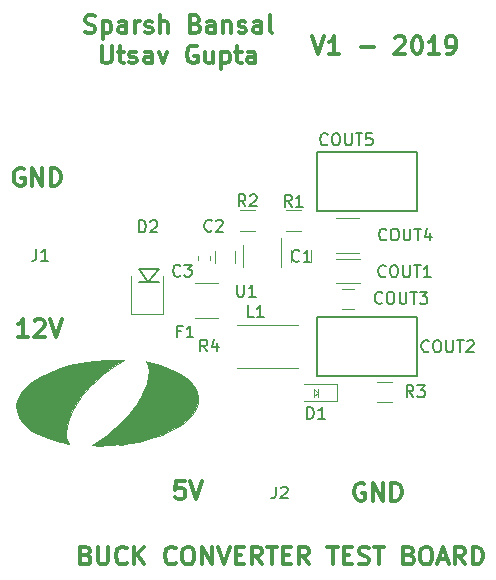
<source format=gbr>
G04 #@! TF.GenerationSoftware,KiCad,Pcbnew,5.0.2-bee76a0~70~ubuntu18.04.1*
G04 #@! TF.CreationDate,2019-02-11T23:41:55-05:00*
G04 #@! TF.ProjectId,New Buck Converter,4e657720-4275-4636-9b20-436f6e766572,rev?*
G04 #@! TF.SameCoordinates,Original*
G04 #@! TF.FileFunction,Legend,Top*
G04 #@! TF.FilePolarity,Positive*
%FSLAX46Y46*%
G04 Gerber Fmt 4.6, Leading zero omitted, Abs format (unit mm)*
G04 Created by KiCad (PCBNEW 5.0.2-bee76a0~70~ubuntu18.04.1) date Mon 11 Feb 2019 11:41:55 PM EST*
%MOMM*%
%LPD*%
G01*
G04 APERTURE LIST*
%ADD10C,0.300000*%
%ADD11C,0.120000*%
%ADD12C,0.150000*%
%ADD13C,0.200000*%
%ADD14C,0.100000*%
%ADD15C,0.010000*%
G04 APERTURE END LIST*
D10*
X111799999Y-127292857D02*
X112014285Y-127364285D01*
X112085714Y-127435714D01*
X112157142Y-127578571D01*
X112157142Y-127792857D01*
X112085714Y-127935714D01*
X112014285Y-128007142D01*
X111871428Y-128078571D01*
X111299999Y-128078571D01*
X111299999Y-126578571D01*
X111799999Y-126578571D01*
X111942857Y-126650000D01*
X112014285Y-126721428D01*
X112085714Y-126864285D01*
X112085714Y-127007142D01*
X112014285Y-127150000D01*
X111942857Y-127221428D01*
X111799999Y-127292857D01*
X111299999Y-127292857D01*
X112799999Y-126578571D02*
X112799999Y-127792857D01*
X112871428Y-127935714D01*
X112942857Y-128007142D01*
X113085714Y-128078571D01*
X113371428Y-128078571D01*
X113514285Y-128007142D01*
X113585714Y-127935714D01*
X113657142Y-127792857D01*
X113657142Y-126578571D01*
X115228571Y-127935714D02*
X115157142Y-128007142D01*
X114942857Y-128078571D01*
X114799999Y-128078571D01*
X114585714Y-128007142D01*
X114442857Y-127864285D01*
X114371428Y-127721428D01*
X114299999Y-127435714D01*
X114299999Y-127221428D01*
X114371428Y-126935714D01*
X114442857Y-126792857D01*
X114585714Y-126650000D01*
X114799999Y-126578571D01*
X114942857Y-126578571D01*
X115157142Y-126650000D01*
X115228571Y-126721428D01*
X115871428Y-128078571D02*
X115871428Y-126578571D01*
X116728571Y-128078571D02*
X116085714Y-127221428D01*
X116728571Y-126578571D02*
X115871428Y-127435714D01*
X119371428Y-127935714D02*
X119299999Y-128007142D01*
X119085714Y-128078571D01*
X118942857Y-128078571D01*
X118728571Y-128007142D01*
X118585714Y-127864285D01*
X118514285Y-127721428D01*
X118442857Y-127435714D01*
X118442857Y-127221428D01*
X118514285Y-126935714D01*
X118585714Y-126792857D01*
X118728571Y-126650000D01*
X118942857Y-126578571D01*
X119085714Y-126578571D01*
X119299999Y-126650000D01*
X119371428Y-126721428D01*
X120299999Y-126578571D02*
X120585714Y-126578571D01*
X120728571Y-126650000D01*
X120871428Y-126792857D01*
X120942857Y-127078571D01*
X120942857Y-127578571D01*
X120871428Y-127864285D01*
X120728571Y-128007142D01*
X120585714Y-128078571D01*
X120299999Y-128078571D01*
X120157142Y-128007142D01*
X120014285Y-127864285D01*
X119942857Y-127578571D01*
X119942857Y-127078571D01*
X120014285Y-126792857D01*
X120157142Y-126650000D01*
X120299999Y-126578571D01*
X121585714Y-128078571D02*
X121585714Y-126578571D01*
X122442857Y-128078571D01*
X122442857Y-126578571D01*
X122942857Y-126578571D02*
X123442857Y-128078571D01*
X123942857Y-126578571D01*
X124442857Y-127292857D02*
X124942857Y-127292857D01*
X125157142Y-128078571D02*
X124442857Y-128078571D01*
X124442857Y-126578571D01*
X125157142Y-126578571D01*
X126657142Y-128078571D02*
X126157142Y-127364285D01*
X125799999Y-128078571D02*
X125799999Y-126578571D01*
X126371428Y-126578571D01*
X126514285Y-126650000D01*
X126585714Y-126721428D01*
X126657142Y-126864285D01*
X126657142Y-127078571D01*
X126585714Y-127221428D01*
X126514285Y-127292857D01*
X126371428Y-127364285D01*
X125799999Y-127364285D01*
X127085714Y-126578571D02*
X127942857Y-126578571D01*
X127514285Y-128078571D02*
X127514285Y-126578571D01*
X128442857Y-127292857D02*
X128942857Y-127292857D01*
X129157142Y-128078571D02*
X128442857Y-128078571D01*
X128442857Y-126578571D01*
X129157142Y-126578571D01*
X130657142Y-128078571D02*
X130157142Y-127364285D01*
X129799999Y-128078571D02*
X129799999Y-126578571D01*
X130371428Y-126578571D01*
X130514285Y-126650000D01*
X130585714Y-126721428D01*
X130657142Y-126864285D01*
X130657142Y-127078571D01*
X130585714Y-127221428D01*
X130514285Y-127292857D01*
X130371428Y-127364285D01*
X129799999Y-127364285D01*
X132228571Y-126578571D02*
X133085714Y-126578571D01*
X132657142Y-128078571D02*
X132657142Y-126578571D01*
X133585714Y-127292857D02*
X134085714Y-127292857D01*
X134300000Y-128078571D02*
X133585714Y-128078571D01*
X133585714Y-126578571D01*
X134300000Y-126578571D01*
X134871428Y-128007142D02*
X135085714Y-128078571D01*
X135442857Y-128078571D01*
X135585714Y-128007142D01*
X135657142Y-127935714D01*
X135728571Y-127792857D01*
X135728571Y-127650000D01*
X135657142Y-127507142D01*
X135585714Y-127435714D01*
X135442857Y-127364285D01*
X135157142Y-127292857D01*
X135014285Y-127221428D01*
X134942857Y-127150000D01*
X134871428Y-127007142D01*
X134871428Y-126864285D01*
X134942857Y-126721428D01*
X135014285Y-126650000D01*
X135157142Y-126578571D01*
X135514285Y-126578571D01*
X135728571Y-126650000D01*
X136157142Y-126578571D02*
X137014285Y-126578571D01*
X136585714Y-128078571D02*
X136585714Y-126578571D01*
X139157142Y-127292857D02*
X139371428Y-127364285D01*
X139442857Y-127435714D01*
X139514285Y-127578571D01*
X139514285Y-127792857D01*
X139442857Y-127935714D01*
X139371428Y-128007142D01*
X139228571Y-128078571D01*
X138657142Y-128078571D01*
X138657142Y-126578571D01*
X139157142Y-126578571D01*
X139300000Y-126650000D01*
X139371428Y-126721428D01*
X139442857Y-126864285D01*
X139442857Y-127007142D01*
X139371428Y-127150000D01*
X139300000Y-127221428D01*
X139157142Y-127292857D01*
X138657142Y-127292857D01*
X140442857Y-126578571D02*
X140728571Y-126578571D01*
X140871428Y-126650000D01*
X141014285Y-126792857D01*
X141085714Y-127078571D01*
X141085714Y-127578571D01*
X141014285Y-127864285D01*
X140871428Y-128007142D01*
X140728571Y-128078571D01*
X140442857Y-128078571D01*
X140300000Y-128007142D01*
X140157142Y-127864285D01*
X140085714Y-127578571D01*
X140085714Y-127078571D01*
X140157142Y-126792857D01*
X140300000Y-126650000D01*
X140442857Y-126578571D01*
X141657142Y-127650000D02*
X142371428Y-127650000D01*
X141514285Y-128078571D02*
X142014285Y-126578571D01*
X142514285Y-128078571D01*
X143871428Y-128078571D02*
X143371428Y-127364285D01*
X143014285Y-128078571D02*
X143014285Y-126578571D01*
X143585714Y-126578571D01*
X143728571Y-126650000D01*
X143800000Y-126721428D01*
X143871428Y-126864285D01*
X143871428Y-127078571D01*
X143800000Y-127221428D01*
X143728571Y-127292857D01*
X143585714Y-127364285D01*
X143014285Y-127364285D01*
X144514285Y-128078571D02*
X144514285Y-126578571D01*
X144871428Y-126578571D01*
X145085714Y-126650000D01*
X145228571Y-126792857D01*
X145300000Y-126935714D01*
X145371428Y-127221428D01*
X145371428Y-127435714D01*
X145300000Y-127721428D01*
X145228571Y-127864285D01*
X145085714Y-128007142D01*
X144871428Y-128078571D01*
X144514285Y-128078571D01*
X130957142Y-83378571D02*
X131457142Y-84878571D01*
X131957142Y-83378571D01*
X133242857Y-84878571D02*
X132385714Y-84878571D01*
X132814285Y-84878571D02*
X132814285Y-83378571D01*
X132671428Y-83592857D01*
X132528571Y-83735714D01*
X132385714Y-83807142D01*
X135028571Y-84307142D02*
X136171428Y-84307142D01*
X137957142Y-83521428D02*
X138028571Y-83450000D01*
X138171428Y-83378571D01*
X138528571Y-83378571D01*
X138671428Y-83450000D01*
X138742857Y-83521428D01*
X138814285Y-83664285D01*
X138814285Y-83807142D01*
X138742857Y-84021428D01*
X137885714Y-84878571D01*
X138814285Y-84878571D01*
X139742857Y-83378571D02*
X139885714Y-83378571D01*
X140028571Y-83450000D01*
X140100000Y-83521428D01*
X140171428Y-83664285D01*
X140242857Y-83950000D01*
X140242857Y-84307142D01*
X140171428Y-84592857D01*
X140100000Y-84735714D01*
X140028571Y-84807142D01*
X139885714Y-84878571D01*
X139742857Y-84878571D01*
X139600000Y-84807142D01*
X139528571Y-84735714D01*
X139457142Y-84592857D01*
X139385714Y-84307142D01*
X139385714Y-83950000D01*
X139457142Y-83664285D01*
X139528571Y-83521428D01*
X139600000Y-83450000D01*
X139742857Y-83378571D01*
X141671428Y-84878571D02*
X140814285Y-84878571D01*
X141242857Y-84878571D02*
X141242857Y-83378571D01*
X141100000Y-83592857D01*
X140957142Y-83735714D01*
X140814285Y-83807142D01*
X142385714Y-84878571D02*
X142671428Y-84878571D01*
X142814285Y-84807142D01*
X142885714Y-84735714D01*
X143028571Y-84521428D01*
X143100000Y-84235714D01*
X143100000Y-83664285D01*
X143028571Y-83521428D01*
X142957142Y-83450000D01*
X142814285Y-83378571D01*
X142528571Y-83378571D01*
X142385714Y-83450000D01*
X142314285Y-83521428D01*
X142242857Y-83664285D01*
X142242857Y-84021428D01*
X142314285Y-84164285D01*
X142385714Y-84235714D01*
X142528571Y-84307142D01*
X142814285Y-84307142D01*
X142957142Y-84235714D01*
X143028571Y-84164285D01*
X143100000Y-84021428D01*
X111707142Y-83032142D02*
X111921428Y-83103571D01*
X112278571Y-83103571D01*
X112421428Y-83032142D01*
X112492857Y-82960714D01*
X112564285Y-82817857D01*
X112564285Y-82675000D01*
X112492857Y-82532142D01*
X112421428Y-82460714D01*
X112278571Y-82389285D01*
X111992857Y-82317857D01*
X111850000Y-82246428D01*
X111778571Y-82175000D01*
X111707142Y-82032142D01*
X111707142Y-81889285D01*
X111778571Y-81746428D01*
X111850000Y-81675000D01*
X111992857Y-81603571D01*
X112350000Y-81603571D01*
X112564285Y-81675000D01*
X113207142Y-82103571D02*
X113207142Y-83603571D01*
X113207142Y-82175000D02*
X113350000Y-82103571D01*
X113635714Y-82103571D01*
X113778571Y-82175000D01*
X113850000Y-82246428D01*
X113921428Y-82389285D01*
X113921428Y-82817857D01*
X113850000Y-82960714D01*
X113778571Y-83032142D01*
X113635714Y-83103571D01*
X113350000Y-83103571D01*
X113207142Y-83032142D01*
X115207142Y-83103571D02*
X115207142Y-82317857D01*
X115135714Y-82175000D01*
X114992857Y-82103571D01*
X114707142Y-82103571D01*
X114564285Y-82175000D01*
X115207142Y-83032142D02*
X115064285Y-83103571D01*
X114707142Y-83103571D01*
X114564285Y-83032142D01*
X114492857Y-82889285D01*
X114492857Y-82746428D01*
X114564285Y-82603571D01*
X114707142Y-82532142D01*
X115064285Y-82532142D01*
X115207142Y-82460714D01*
X115921428Y-83103571D02*
X115921428Y-82103571D01*
X115921428Y-82389285D02*
X115992857Y-82246428D01*
X116064285Y-82175000D01*
X116207142Y-82103571D01*
X116350000Y-82103571D01*
X116778571Y-83032142D02*
X116921428Y-83103571D01*
X117207142Y-83103571D01*
X117350000Y-83032142D01*
X117421428Y-82889285D01*
X117421428Y-82817857D01*
X117350000Y-82675000D01*
X117207142Y-82603571D01*
X116992857Y-82603571D01*
X116850000Y-82532142D01*
X116778571Y-82389285D01*
X116778571Y-82317857D01*
X116850000Y-82175000D01*
X116992857Y-82103571D01*
X117207142Y-82103571D01*
X117350000Y-82175000D01*
X118064285Y-83103571D02*
X118064285Y-81603571D01*
X118707142Y-83103571D02*
X118707142Y-82317857D01*
X118635714Y-82175000D01*
X118492857Y-82103571D01*
X118278571Y-82103571D01*
X118135714Y-82175000D01*
X118064285Y-82246428D01*
X121064285Y-82317857D02*
X121278571Y-82389285D01*
X121350000Y-82460714D01*
X121421428Y-82603571D01*
X121421428Y-82817857D01*
X121350000Y-82960714D01*
X121278571Y-83032142D01*
X121135714Y-83103571D01*
X120564285Y-83103571D01*
X120564285Y-81603571D01*
X121064285Y-81603571D01*
X121207142Y-81675000D01*
X121278571Y-81746428D01*
X121350000Y-81889285D01*
X121350000Y-82032142D01*
X121278571Y-82175000D01*
X121207142Y-82246428D01*
X121064285Y-82317857D01*
X120564285Y-82317857D01*
X122707142Y-83103571D02*
X122707142Y-82317857D01*
X122635714Y-82175000D01*
X122492857Y-82103571D01*
X122207142Y-82103571D01*
X122064285Y-82175000D01*
X122707142Y-83032142D02*
X122564285Y-83103571D01*
X122207142Y-83103571D01*
X122064285Y-83032142D01*
X121992857Y-82889285D01*
X121992857Y-82746428D01*
X122064285Y-82603571D01*
X122207142Y-82532142D01*
X122564285Y-82532142D01*
X122707142Y-82460714D01*
X123421428Y-82103571D02*
X123421428Y-83103571D01*
X123421428Y-82246428D02*
X123492857Y-82175000D01*
X123635714Y-82103571D01*
X123850000Y-82103571D01*
X123992857Y-82175000D01*
X124064285Y-82317857D01*
X124064285Y-83103571D01*
X124707142Y-83032142D02*
X124850000Y-83103571D01*
X125135714Y-83103571D01*
X125278571Y-83032142D01*
X125350000Y-82889285D01*
X125350000Y-82817857D01*
X125278571Y-82675000D01*
X125135714Y-82603571D01*
X124921428Y-82603571D01*
X124778571Y-82532142D01*
X124707142Y-82389285D01*
X124707142Y-82317857D01*
X124778571Y-82175000D01*
X124921428Y-82103571D01*
X125135714Y-82103571D01*
X125278571Y-82175000D01*
X126635714Y-83103571D02*
X126635714Y-82317857D01*
X126564285Y-82175000D01*
X126421428Y-82103571D01*
X126135714Y-82103571D01*
X125992857Y-82175000D01*
X126635714Y-83032142D02*
X126492857Y-83103571D01*
X126135714Y-83103571D01*
X125992857Y-83032142D01*
X125921428Y-82889285D01*
X125921428Y-82746428D01*
X125992857Y-82603571D01*
X126135714Y-82532142D01*
X126492857Y-82532142D01*
X126635714Y-82460714D01*
X127564285Y-83103571D02*
X127421428Y-83032142D01*
X127350000Y-82889285D01*
X127350000Y-81603571D01*
X113100000Y-84153571D02*
X113100000Y-85367857D01*
X113171428Y-85510714D01*
X113242857Y-85582142D01*
X113385714Y-85653571D01*
X113671428Y-85653571D01*
X113814285Y-85582142D01*
X113885714Y-85510714D01*
X113957142Y-85367857D01*
X113957142Y-84153571D01*
X114457142Y-84653571D02*
X115028571Y-84653571D01*
X114671428Y-84153571D02*
X114671428Y-85439285D01*
X114742857Y-85582142D01*
X114885714Y-85653571D01*
X115028571Y-85653571D01*
X115457142Y-85582142D02*
X115600000Y-85653571D01*
X115885714Y-85653571D01*
X116028571Y-85582142D01*
X116100000Y-85439285D01*
X116100000Y-85367857D01*
X116028571Y-85225000D01*
X115885714Y-85153571D01*
X115671428Y-85153571D01*
X115528571Y-85082142D01*
X115457142Y-84939285D01*
X115457142Y-84867857D01*
X115528571Y-84725000D01*
X115671428Y-84653571D01*
X115885714Y-84653571D01*
X116028571Y-84725000D01*
X117385714Y-85653571D02*
X117385714Y-84867857D01*
X117314285Y-84725000D01*
X117171428Y-84653571D01*
X116885714Y-84653571D01*
X116742857Y-84725000D01*
X117385714Y-85582142D02*
X117242857Y-85653571D01*
X116885714Y-85653571D01*
X116742857Y-85582142D01*
X116671428Y-85439285D01*
X116671428Y-85296428D01*
X116742857Y-85153571D01*
X116885714Y-85082142D01*
X117242857Y-85082142D01*
X117385714Y-85010714D01*
X117957142Y-84653571D02*
X118314285Y-85653571D01*
X118671428Y-84653571D01*
X121171428Y-84225000D02*
X121028571Y-84153571D01*
X120814285Y-84153571D01*
X120600000Y-84225000D01*
X120457142Y-84367857D01*
X120385714Y-84510714D01*
X120314285Y-84796428D01*
X120314285Y-85010714D01*
X120385714Y-85296428D01*
X120457142Y-85439285D01*
X120600000Y-85582142D01*
X120814285Y-85653571D01*
X120957142Y-85653571D01*
X121171428Y-85582142D01*
X121242857Y-85510714D01*
X121242857Y-85010714D01*
X120957142Y-85010714D01*
X122528571Y-84653571D02*
X122528571Y-85653571D01*
X121885714Y-84653571D02*
X121885714Y-85439285D01*
X121957142Y-85582142D01*
X122100000Y-85653571D01*
X122314285Y-85653571D01*
X122457142Y-85582142D01*
X122528571Y-85510714D01*
X123242857Y-84653571D02*
X123242857Y-86153571D01*
X123242857Y-84725000D02*
X123385714Y-84653571D01*
X123671428Y-84653571D01*
X123814285Y-84725000D01*
X123885714Y-84796428D01*
X123957142Y-84939285D01*
X123957142Y-85367857D01*
X123885714Y-85510714D01*
X123814285Y-85582142D01*
X123671428Y-85653571D01*
X123385714Y-85653571D01*
X123242857Y-85582142D01*
X124385714Y-84653571D02*
X124957142Y-84653571D01*
X124600000Y-84153571D02*
X124600000Y-85439285D01*
X124671428Y-85582142D01*
X124814285Y-85653571D01*
X124957142Y-85653571D01*
X126100000Y-85653571D02*
X126100000Y-84867857D01*
X126028571Y-84725000D01*
X125885714Y-84653571D01*
X125600000Y-84653571D01*
X125457142Y-84725000D01*
X126100000Y-85582142D02*
X125957142Y-85653571D01*
X125600000Y-85653571D01*
X125457142Y-85582142D01*
X125385714Y-85439285D01*
X125385714Y-85296428D01*
X125457142Y-85153571D01*
X125600000Y-85082142D01*
X125957142Y-85082142D01*
X126100000Y-85010714D01*
X120128065Y-121042691D02*
X119413780Y-121042691D01*
X119342351Y-121756977D01*
X119413780Y-121685548D01*
X119556637Y-121614120D01*
X119913780Y-121614120D01*
X120056637Y-121685548D01*
X120128065Y-121756977D01*
X120199494Y-121899834D01*
X120199494Y-122256977D01*
X120128065Y-122399834D01*
X120056637Y-122471262D01*
X119913780Y-122542691D01*
X119556637Y-122542691D01*
X119413780Y-122471262D01*
X119342351Y-122399834D01*
X120628065Y-121042691D02*
X121128065Y-122542691D01*
X121628065Y-121042691D01*
X135357142Y-121250000D02*
X135214285Y-121178571D01*
X135000000Y-121178571D01*
X134785714Y-121250000D01*
X134642857Y-121392857D01*
X134571428Y-121535714D01*
X134500000Y-121821428D01*
X134500000Y-122035714D01*
X134571428Y-122321428D01*
X134642857Y-122464285D01*
X134785714Y-122607142D01*
X135000000Y-122678571D01*
X135142857Y-122678571D01*
X135357142Y-122607142D01*
X135428571Y-122535714D01*
X135428571Y-122035714D01*
X135142857Y-122035714D01*
X136071428Y-122678571D02*
X136071428Y-121178571D01*
X136928571Y-122678571D01*
X136928571Y-121178571D01*
X137642857Y-122678571D02*
X137642857Y-121178571D01*
X138000000Y-121178571D01*
X138214285Y-121250000D01*
X138357142Y-121392857D01*
X138428571Y-121535714D01*
X138500000Y-121821428D01*
X138500000Y-122035714D01*
X138428571Y-122321428D01*
X138357142Y-122464285D01*
X138214285Y-122607142D01*
X138000000Y-122678571D01*
X137642857Y-122678571D01*
X106509962Y-94588900D02*
X106367105Y-94517471D01*
X106152820Y-94517471D01*
X105938534Y-94588900D01*
X105795677Y-94731757D01*
X105724248Y-94874614D01*
X105652820Y-95160328D01*
X105652820Y-95374614D01*
X105724248Y-95660328D01*
X105795677Y-95803185D01*
X105938534Y-95946042D01*
X106152820Y-96017471D01*
X106295677Y-96017471D01*
X106509962Y-95946042D01*
X106581391Y-95874614D01*
X106581391Y-95374614D01*
X106295677Y-95374614D01*
X107224248Y-96017471D02*
X107224248Y-94517471D01*
X108081391Y-96017471D01*
X108081391Y-94517471D01*
X108795677Y-96017471D02*
X108795677Y-94517471D01*
X109152820Y-94517471D01*
X109367105Y-94588900D01*
X109509962Y-94731757D01*
X109581391Y-94874614D01*
X109652820Y-95160328D01*
X109652820Y-95374614D01*
X109581391Y-95660328D01*
X109509962Y-95803185D01*
X109367105Y-95946042D01*
X109152820Y-96017471D01*
X108795677Y-96017471D01*
X106861408Y-108826691D02*
X106004265Y-108826691D01*
X106432837Y-108826691D02*
X106432837Y-107326691D01*
X106289980Y-107540977D01*
X106147122Y-107683834D01*
X106004265Y-107755262D01*
X107432837Y-107469548D02*
X107504265Y-107398120D01*
X107647122Y-107326691D01*
X108004265Y-107326691D01*
X108147122Y-107398120D01*
X108218551Y-107469548D01*
X108289980Y-107612405D01*
X108289980Y-107755262D01*
X108218551Y-107969548D01*
X107361408Y-108826691D01*
X108289980Y-108826691D01*
X108718551Y-107326691D02*
X109218551Y-108826691D01*
X109718551Y-107326691D01*
D11*
G04 #@! TO.C,COUT4*
X134908800Y-101683000D02*
X132908800Y-101683000D01*
X132908800Y-98723000D02*
X134908800Y-98723000D01*
G04 #@! TO.C,C1*
X130821800Y-102481000D02*
X130821800Y-101481000D01*
X129121800Y-101481000D02*
X129121800Y-102481000D01*
G04 #@! TO.C,C2*
X122708300Y-101560500D02*
X122708300Y-102560500D01*
X124408300Y-102560500D02*
X124408300Y-101560500D01*
G04 #@! TO.C,C3*
X121242360Y-102313959D02*
X121242360Y-101988401D01*
X122262360Y-102313959D02*
X122262360Y-101988401D01*
G04 #@! TO.C,F1*
X122970800Y-107207500D02*
X120970800Y-107207500D01*
X120970800Y-104247500D02*
X122970800Y-104247500D01*
G04 #@! TO.C,R1*
X128744420Y-98098720D02*
X129944420Y-98098720D01*
X129944420Y-99858720D02*
X128744420Y-99858720D01*
G04 #@! TO.C,R2*
X126058220Y-99843480D02*
X124858220Y-99843480D01*
X124858220Y-98083480D02*
X126058220Y-98083480D01*
G04 #@! TO.C,R3*
X137658360Y-114364660D02*
X136458360Y-114364660D01*
X136458360Y-112604660D02*
X137658360Y-112604660D01*
G04 #@! TO.C,R4*
X124528200Y-107786080D02*
X129728200Y-107786080D01*
X129728200Y-111426080D02*
X124528200Y-111426080D01*
G04 #@! TO.C,U1*
X125067600Y-101065800D02*
X125067600Y-102865800D01*
X128287600Y-102865800D02*
X128287600Y-100415800D01*
G04 #@! TO.C,COUT1*
X134948300Y-102231000D02*
X132948300Y-102231000D01*
X132948300Y-104271000D02*
X134948300Y-104271000D01*
D12*
G04 #@! TO.C,COUT2*
X131329300Y-112101000D02*
X131329300Y-107101000D01*
X139829300Y-112101000D02*
X131329300Y-112101000D01*
X139829300Y-107101000D02*
X139829300Y-112101000D01*
X131329300Y-107101000D02*
X139829300Y-107101000D01*
D11*
G04 #@! TO.C,COUT3*
X134472300Y-104750500D02*
X133472300Y-104750500D01*
X133472300Y-106450500D02*
X134472300Y-106450500D01*
D12*
G04 #@! TO.C,COUT5*
X131329300Y-93194500D02*
X139829300Y-93194500D01*
X139829300Y-93194500D02*
X139829300Y-98194500D01*
X139829300Y-98194500D02*
X131329300Y-98194500D01*
X131329300Y-98194500D02*
X131329300Y-93194500D01*
D13*
G04 #@! TO.C,D2*
X117954300Y-103095500D02*
X117054300Y-104195500D01*
X116254300Y-103095500D02*
X117954300Y-103095500D01*
X117054300Y-104195500D02*
X116254300Y-103095500D01*
X116254300Y-104195500D02*
X117954300Y-104195500D01*
D11*
X115620800Y-106870500D02*
X118287800Y-106870500D01*
X118287800Y-106870500D02*
X118287800Y-103695500D01*
X115620800Y-106870500D02*
X115620800Y-103695500D01*
D14*
G04 #@! TO.C,D1*
X131421660Y-113190540D02*
X131421660Y-113540540D01*
X131421660Y-113540540D02*
X131421660Y-113890540D01*
X131071660Y-113190540D02*
X131421660Y-113540540D01*
X131071660Y-113240540D02*
X131071660Y-113190540D01*
X131071660Y-113190540D02*
X131071660Y-113240540D01*
X131071660Y-113890540D02*
X131071660Y-113240540D01*
X131121660Y-113840540D02*
X131071660Y-113890540D01*
X131421660Y-113540540D02*
X131121660Y-113840540D01*
D11*
X133021660Y-114240540D02*
X133021660Y-112840540D01*
X133021660Y-112840540D02*
X130221660Y-112840540D01*
X133021660Y-114240540D02*
X130221660Y-114240540D01*
D15*
G04 #@! TO.C,G\002A\002A\002A*
G36*
X114289070Y-111166274D02*
X113797169Y-111496709D01*
X113250346Y-111930095D01*
X112689000Y-112429427D01*
X112153529Y-112957700D01*
X111684333Y-113477909D01*
X111463963Y-113754069D01*
X111006696Y-114420664D01*
X110633857Y-115086545D01*
X110351473Y-115732052D01*
X110165570Y-116337523D01*
X110082175Y-116883297D01*
X110107313Y-117349711D01*
X110247011Y-117717104D01*
X110248549Y-117719500D01*
X110330728Y-117857194D01*
X110348119Y-117905837D01*
X110261643Y-117884085D01*
X110048768Y-117829169D01*
X109746916Y-117750766D01*
X109563000Y-117702827D01*
X108570197Y-117401284D01*
X107737883Y-117055854D01*
X107062425Y-116664339D01*
X106540192Y-116224543D01*
X106167551Y-115734266D01*
X106099140Y-115607176D01*
X105917408Y-115076433D01*
X105895747Y-114551032D01*
X106024897Y-114036726D01*
X106295597Y-113539269D01*
X106698584Y-113064415D01*
X107224599Y-112617918D01*
X107864380Y-112205531D01*
X108608666Y-111833009D01*
X109448195Y-111506106D01*
X110373707Y-111230574D01*
X111375940Y-111012169D01*
X112445633Y-110856645D01*
X113573526Y-110769754D01*
X113903482Y-110758382D01*
X115026631Y-110730215D01*
X114289070Y-111166274D01*
X114289070Y-111166274D01*
G37*
X114289070Y-111166274D02*
X113797169Y-111496709D01*
X113250346Y-111930095D01*
X112689000Y-112429427D01*
X112153529Y-112957700D01*
X111684333Y-113477909D01*
X111463963Y-113754069D01*
X111006696Y-114420664D01*
X110633857Y-115086545D01*
X110351473Y-115732052D01*
X110165570Y-116337523D01*
X110082175Y-116883297D01*
X110107313Y-117349711D01*
X110247011Y-117717104D01*
X110248549Y-117719500D01*
X110330728Y-117857194D01*
X110348119Y-117905837D01*
X110261643Y-117884085D01*
X110048768Y-117829169D01*
X109746916Y-117750766D01*
X109563000Y-117702827D01*
X108570197Y-117401284D01*
X107737883Y-117055854D01*
X107062425Y-116664339D01*
X106540192Y-116224543D01*
X106167551Y-115734266D01*
X106099140Y-115607176D01*
X105917408Y-115076433D01*
X105895747Y-114551032D01*
X106024897Y-114036726D01*
X106295597Y-113539269D01*
X106698584Y-113064415D01*
X107224599Y-112617918D01*
X107864380Y-112205531D01*
X108608666Y-111833009D01*
X109448195Y-111506106D01*
X110373707Y-111230574D01*
X111375940Y-111012169D01*
X112445633Y-110856645D01*
X113573526Y-110769754D01*
X113903482Y-110758382D01*
X115026631Y-110730215D01*
X114289070Y-111166274D01*
G36*
X116942983Y-110910857D02*
X117093457Y-110950871D01*
X117359628Y-111019176D01*
X117692829Y-111103325D01*
X117818000Y-111134647D01*
X118450523Y-111328588D01*
X119089166Y-111588634D01*
X119687709Y-111891926D01*
X120199928Y-112215601D01*
X120506464Y-112464369D01*
X120927728Y-112947450D01*
X121187210Y-113444295D01*
X121291208Y-113948117D01*
X121246021Y-114452128D01*
X121057949Y-114949541D01*
X120733290Y-115433569D01*
X120278343Y-115897426D01*
X119699408Y-116334324D01*
X119002783Y-116737476D01*
X118194767Y-117100096D01*
X117281660Y-117415395D01*
X116269759Y-117676588D01*
X115537525Y-117818298D01*
X115079989Y-117891873D01*
X114763227Y-117932252D01*
X114562288Y-117941026D01*
X114452225Y-117919783D01*
X114416988Y-117889688D01*
X114358074Y-117835928D01*
X114347963Y-117879733D01*
X114266319Y-117939404D01*
X114037525Y-117978973D01*
X113817500Y-117991838D01*
X113450619Y-118003054D01*
X113079467Y-118015266D01*
X112886142Y-118022106D01*
X112651824Y-118019314D01*
X112506863Y-117995498D01*
X112483975Y-117976157D01*
X112418294Y-117946379D01*
X112335834Y-117961997D01*
X112328337Y-117948862D01*
X112445123Y-117871153D01*
X112661598Y-117744985D01*
X112698718Y-117724227D01*
X113491052Y-117214140D01*
X114273964Y-116567576D01*
X114856472Y-115994766D01*
X115533545Y-115229263D01*
X116078075Y-114483663D01*
X116516751Y-113720256D01*
X116626149Y-113494085D01*
X116914204Y-112788034D01*
X117072957Y-112182650D01*
X117103305Y-111670335D01*
X117006150Y-111243492D01*
X116913505Y-111065181D01*
X116834494Y-110926595D01*
X116858577Y-110891775D01*
X116942983Y-110910857D01*
X116942983Y-110910857D01*
G37*
X116942983Y-110910857D02*
X117093457Y-110950871D01*
X117359628Y-111019176D01*
X117692829Y-111103325D01*
X117818000Y-111134647D01*
X118450523Y-111328588D01*
X119089166Y-111588634D01*
X119687709Y-111891926D01*
X120199928Y-112215601D01*
X120506464Y-112464369D01*
X120927728Y-112947450D01*
X121187210Y-113444295D01*
X121291208Y-113948117D01*
X121246021Y-114452128D01*
X121057949Y-114949541D01*
X120733290Y-115433569D01*
X120278343Y-115897426D01*
X119699408Y-116334324D01*
X119002783Y-116737476D01*
X118194767Y-117100096D01*
X117281660Y-117415395D01*
X116269759Y-117676588D01*
X115537525Y-117818298D01*
X115079989Y-117891873D01*
X114763227Y-117932252D01*
X114562288Y-117941026D01*
X114452225Y-117919783D01*
X114416988Y-117889688D01*
X114358074Y-117835928D01*
X114347963Y-117879733D01*
X114266319Y-117939404D01*
X114037525Y-117978973D01*
X113817500Y-117991838D01*
X113450619Y-118003054D01*
X113079467Y-118015266D01*
X112886142Y-118022106D01*
X112651824Y-118019314D01*
X112506863Y-117995498D01*
X112483975Y-117976157D01*
X112418294Y-117946379D01*
X112335834Y-117961997D01*
X112328337Y-117948862D01*
X112445123Y-117871153D01*
X112661598Y-117744985D01*
X112698718Y-117724227D01*
X113491052Y-117214140D01*
X114273964Y-116567576D01*
X114856472Y-115994766D01*
X115533545Y-115229263D01*
X116078075Y-114483663D01*
X116516751Y-113720256D01*
X116626149Y-113494085D01*
X116914204Y-112788034D01*
X117072957Y-112182650D01*
X117103305Y-111670335D01*
X117006150Y-111243492D01*
X116913505Y-111065181D01*
X116834494Y-110926595D01*
X116858577Y-110891775D01*
X116942983Y-110910857D01*
G04 #@! TO.C,J1*
D12*
X107566666Y-101352380D02*
X107566666Y-102066666D01*
X107519047Y-102209523D01*
X107423809Y-102304761D01*
X107280952Y-102352380D01*
X107185714Y-102352380D01*
X108566666Y-102352380D02*
X107995238Y-102352380D01*
X108280952Y-102352380D02*
X108280952Y-101352380D01*
X108185714Y-101495238D01*
X108090476Y-101590476D01*
X107995238Y-101638095D01*
G04 #@! TO.C,J2*
X127865866Y-121492220D02*
X127865866Y-122206506D01*
X127818247Y-122349363D01*
X127723009Y-122444601D01*
X127580152Y-122492220D01*
X127484914Y-122492220D01*
X128294438Y-121587459D02*
X128342057Y-121539840D01*
X128437295Y-121492220D01*
X128675390Y-121492220D01*
X128770628Y-121539840D01*
X128818247Y-121587459D01*
X128865866Y-121682697D01*
X128865866Y-121777935D01*
X128818247Y-121920792D01*
X128246819Y-122492220D01*
X128865866Y-122492220D01*
G04 #@! TO.C,COUT4*
X137204761Y-100557142D02*
X137157142Y-100604761D01*
X137014285Y-100652380D01*
X136919047Y-100652380D01*
X136776190Y-100604761D01*
X136680952Y-100509523D01*
X136633333Y-100414285D01*
X136585714Y-100223809D01*
X136585714Y-100080952D01*
X136633333Y-99890476D01*
X136680952Y-99795238D01*
X136776190Y-99700000D01*
X136919047Y-99652380D01*
X137014285Y-99652380D01*
X137157142Y-99700000D01*
X137204761Y-99747619D01*
X137823809Y-99652380D02*
X138014285Y-99652380D01*
X138109523Y-99700000D01*
X138204761Y-99795238D01*
X138252380Y-99985714D01*
X138252380Y-100319047D01*
X138204761Y-100509523D01*
X138109523Y-100604761D01*
X138014285Y-100652380D01*
X137823809Y-100652380D01*
X137728571Y-100604761D01*
X137633333Y-100509523D01*
X137585714Y-100319047D01*
X137585714Y-99985714D01*
X137633333Y-99795238D01*
X137728571Y-99700000D01*
X137823809Y-99652380D01*
X138680952Y-99652380D02*
X138680952Y-100461904D01*
X138728571Y-100557142D01*
X138776190Y-100604761D01*
X138871428Y-100652380D01*
X139061904Y-100652380D01*
X139157142Y-100604761D01*
X139204761Y-100557142D01*
X139252380Y-100461904D01*
X139252380Y-99652380D01*
X139585714Y-99652380D02*
X140157142Y-99652380D01*
X139871428Y-100652380D02*
X139871428Y-99652380D01*
X140919047Y-99985714D02*
X140919047Y-100652380D01*
X140680952Y-99604761D02*
X140442857Y-100319047D01*
X141061904Y-100319047D01*
G04 #@! TO.C,C1*
X129833333Y-102357142D02*
X129785714Y-102404761D01*
X129642857Y-102452380D01*
X129547619Y-102452380D01*
X129404761Y-102404761D01*
X129309523Y-102309523D01*
X129261904Y-102214285D01*
X129214285Y-102023809D01*
X129214285Y-101880952D01*
X129261904Y-101690476D01*
X129309523Y-101595238D01*
X129404761Y-101500000D01*
X129547619Y-101452380D01*
X129642857Y-101452380D01*
X129785714Y-101500000D01*
X129833333Y-101547619D01*
X130785714Y-102452380D02*
X130214285Y-102452380D01*
X130500000Y-102452380D02*
X130500000Y-101452380D01*
X130404761Y-101595238D01*
X130309523Y-101690476D01*
X130214285Y-101738095D01*
G04 #@! TO.C,C2*
X122433333Y-99807142D02*
X122385714Y-99854761D01*
X122242857Y-99902380D01*
X122147619Y-99902380D01*
X122004761Y-99854761D01*
X121909523Y-99759523D01*
X121861904Y-99664285D01*
X121814285Y-99473809D01*
X121814285Y-99330952D01*
X121861904Y-99140476D01*
X121909523Y-99045238D01*
X122004761Y-98950000D01*
X122147619Y-98902380D01*
X122242857Y-98902380D01*
X122385714Y-98950000D01*
X122433333Y-98997619D01*
X122814285Y-98997619D02*
X122861904Y-98950000D01*
X122957142Y-98902380D01*
X123195238Y-98902380D01*
X123290476Y-98950000D01*
X123338095Y-98997619D01*
X123385714Y-99092857D01*
X123385714Y-99188095D01*
X123338095Y-99330952D01*
X122766666Y-99902380D01*
X123385714Y-99902380D01*
G04 #@! TO.C,C3*
X119772133Y-103608142D02*
X119724514Y-103655761D01*
X119581657Y-103703380D01*
X119486419Y-103703380D01*
X119343561Y-103655761D01*
X119248323Y-103560523D01*
X119200704Y-103465285D01*
X119153085Y-103274809D01*
X119153085Y-103131952D01*
X119200704Y-102941476D01*
X119248323Y-102846238D01*
X119343561Y-102751000D01*
X119486419Y-102703380D01*
X119581657Y-102703380D01*
X119724514Y-102751000D01*
X119772133Y-102798619D01*
X120105466Y-102703380D02*
X120724514Y-102703380D01*
X120391180Y-103084333D01*
X120534038Y-103084333D01*
X120629276Y-103131952D01*
X120676895Y-103179571D01*
X120724514Y-103274809D01*
X120724514Y-103512904D01*
X120676895Y-103608142D01*
X120629276Y-103655761D01*
X120534038Y-103703380D01*
X120248323Y-103703380D01*
X120153085Y-103655761D01*
X120105466Y-103608142D01*
G04 #@! TO.C,F1*
X119816666Y-108328571D02*
X119483333Y-108328571D01*
X119483333Y-108852380D02*
X119483333Y-107852380D01*
X119959523Y-107852380D01*
X120864285Y-108852380D02*
X120292857Y-108852380D01*
X120578571Y-108852380D02*
X120578571Y-107852380D01*
X120483333Y-107995238D01*
X120388095Y-108090476D01*
X120292857Y-108138095D01*
G04 #@! TO.C,L1*
X125983333Y-107152380D02*
X125507142Y-107152380D01*
X125507142Y-106152380D01*
X126840476Y-107152380D02*
X126269047Y-107152380D01*
X126554761Y-107152380D02*
X126554761Y-106152380D01*
X126459523Y-106295238D01*
X126364285Y-106390476D01*
X126269047Y-106438095D01*
G04 #@! TO.C,R1*
X129187913Y-97787720D02*
X128854580Y-97311530D01*
X128616484Y-97787720D02*
X128616484Y-96787720D01*
X128997437Y-96787720D01*
X129092675Y-96835340D01*
X129140294Y-96882959D01*
X129187913Y-96978197D01*
X129187913Y-97121054D01*
X129140294Y-97216292D01*
X129092675Y-97263911D01*
X128997437Y-97311530D01*
X128616484Y-97311530D01*
X130140294Y-97787720D02*
X129568865Y-97787720D01*
X129854580Y-97787720D02*
X129854580Y-96787720D01*
X129759341Y-96930578D01*
X129664103Y-97025816D01*
X129568865Y-97073435D01*
G04 #@! TO.C,R2*
X125286473Y-97757240D02*
X124953140Y-97281050D01*
X124715044Y-97757240D02*
X124715044Y-96757240D01*
X125095997Y-96757240D01*
X125191235Y-96804860D01*
X125238854Y-96852479D01*
X125286473Y-96947717D01*
X125286473Y-97090574D01*
X125238854Y-97185812D01*
X125191235Y-97233431D01*
X125095997Y-97281050D01*
X124715044Y-97281050D01*
X125667425Y-96852479D02*
X125715044Y-96804860D01*
X125810282Y-96757240D01*
X126048378Y-96757240D01*
X126143616Y-96804860D01*
X126191235Y-96852479D01*
X126238854Y-96947717D01*
X126238854Y-97042955D01*
X126191235Y-97185812D01*
X125619806Y-97757240D01*
X126238854Y-97757240D01*
G04 #@! TO.C,R3*
X139502853Y-113914180D02*
X139169520Y-113437990D01*
X138931424Y-113914180D02*
X138931424Y-112914180D01*
X139312377Y-112914180D01*
X139407615Y-112961800D01*
X139455234Y-113009419D01*
X139502853Y-113104657D01*
X139502853Y-113247514D01*
X139455234Y-113342752D01*
X139407615Y-113390371D01*
X139312377Y-113437990D01*
X138931424Y-113437990D01*
X139836186Y-112914180D02*
X140455234Y-112914180D01*
X140121900Y-113295133D01*
X140264758Y-113295133D01*
X140359996Y-113342752D01*
X140407615Y-113390371D01*
X140455234Y-113485609D01*
X140455234Y-113723704D01*
X140407615Y-113818942D01*
X140359996Y-113866561D01*
X140264758Y-113914180D01*
X139979043Y-113914180D01*
X139883805Y-113866561D01*
X139836186Y-113818942D01*
G04 #@! TO.C,R4*
X122033333Y-110040680D02*
X121700000Y-109564490D01*
X121461904Y-110040680D02*
X121461904Y-109040680D01*
X121842857Y-109040680D01*
X121938095Y-109088300D01*
X121985714Y-109135919D01*
X122033333Y-109231157D01*
X122033333Y-109374014D01*
X121985714Y-109469252D01*
X121938095Y-109516871D01*
X121842857Y-109564490D01*
X121461904Y-109564490D01*
X122890476Y-109374014D02*
X122890476Y-110040680D01*
X122652380Y-108993061D02*
X122414285Y-109707347D01*
X123033333Y-109707347D01*
G04 #@! TO.C,U1*
X124588095Y-104402380D02*
X124588095Y-105211904D01*
X124635714Y-105307142D01*
X124683333Y-105354761D01*
X124778571Y-105402380D01*
X124969047Y-105402380D01*
X125064285Y-105354761D01*
X125111904Y-105307142D01*
X125159523Y-105211904D01*
X125159523Y-104402380D01*
X126159523Y-105402380D02*
X125588095Y-105402380D01*
X125873809Y-105402380D02*
X125873809Y-104402380D01*
X125778571Y-104545238D01*
X125683333Y-104640476D01*
X125588095Y-104688095D01*
G04 #@! TO.C,COUT1*
X137154761Y-103657142D02*
X137107142Y-103704761D01*
X136964285Y-103752380D01*
X136869047Y-103752380D01*
X136726190Y-103704761D01*
X136630952Y-103609523D01*
X136583333Y-103514285D01*
X136535714Y-103323809D01*
X136535714Y-103180952D01*
X136583333Y-102990476D01*
X136630952Y-102895238D01*
X136726190Y-102800000D01*
X136869047Y-102752380D01*
X136964285Y-102752380D01*
X137107142Y-102800000D01*
X137154761Y-102847619D01*
X137773809Y-102752380D02*
X137964285Y-102752380D01*
X138059523Y-102800000D01*
X138154761Y-102895238D01*
X138202380Y-103085714D01*
X138202380Y-103419047D01*
X138154761Y-103609523D01*
X138059523Y-103704761D01*
X137964285Y-103752380D01*
X137773809Y-103752380D01*
X137678571Y-103704761D01*
X137583333Y-103609523D01*
X137535714Y-103419047D01*
X137535714Y-103085714D01*
X137583333Y-102895238D01*
X137678571Y-102800000D01*
X137773809Y-102752380D01*
X138630952Y-102752380D02*
X138630952Y-103561904D01*
X138678571Y-103657142D01*
X138726190Y-103704761D01*
X138821428Y-103752380D01*
X139011904Y-103752380D01*
X139107142Y-103704761D01*
X139154761Y-103657142D01*
X139202380Y-103561904D01*
X139202380Y-102752380D01*
X139535714Y-102752380D02*
X140107142Y-102752380D01*
X139821428Y-103752380D02*
X139821428Y-102752380D01*
X140964285Y-103752380D02*
X140392857Y-103752380D01*
X140678571Y-103752380D02*
X140678571Y-102752380D01*
X140583333Y-102895238D01*
X140488095Y-102990476D01*
X140392857Y-103038095D01*
G04 #@! TO.C,COUT2*
X140804761Y-110007142D02*
X140757142Y-110054761D01*
X140614285Y-110102380D01*
X140519047Y-110102380D01*
X140376190Y-110054761D01*
X140280952Y-109959523D01*
X140233333Y-109864285D01*
X140185714Y-109673809D01*
X140185714Y-109530952D01*
X140233333Y-109340476D01*
X140280952Y-109245238D01*
X140376190Y-109150000D01*
X140519047Y-109102380D01*
X140614285Y-109102380D01*
X140757142Y-109150000D01*
X140804761Y-109197619D01*
X141423809Y-109102380D02*
X141614285Y-109102380D01*
X141709523Y-109150000D01*
X141804761Y-109245238D01*
X141852380Y-109435714D01*
X141852380Y-109769047D01*
X141804761Y-109959523D01*
X141709523Y-110054761D01*
X141614285Y-110102380D01*
X141423809Y-110102380D01*
X141328571Y-110054761D01*
X141233333Y-109959523D01*
X141185714Y-109769047D01*
X141185714Y-109435714D01*
X141233333Y-109245238D01*
X141328571Y-109150000D01*
X141423809Y-109102380D01*
X142280952Y-109102380D02*
X142280952Y-109911904D01*
X142328571Y-110007142D01*
X142376190Y-110054761D01*
X142471428Y-110102380D01*
X142661904Y-110102380D01*
X142757142Y-110054761D01*
X142804761Y-110007142D01*
X142852380Y-109911904D01*
X142852380Y-109102380D01*
X143185714Y-109102380D02*
X143757142Y-109102380D01*
X143471428Y-110102380D02*
X143471428Y-109102380D01*
X144042857Y-109197619D02*
X144090476Y-109150000D01*
X144185714Y-109102380D01*
X144423809Y-109102380D01*
X144519047Y-109150000D01*
X144566666Y-109197619D01*
X144614285Y-109292857D01*
X144614285Y-109388095D01*
X144566666Y-109530952D01*
X143995238Y-110102380D01*
X144614285Y-110102380D01*
G04 #@! TO.C,COUT3*
X136854761Y-105907142D02*
X136807142Y-105954761D01*
X136664285Y-106002380D01*
X136569047Y-106002380D01*
X136426190Y-105954761D01*
X136330952Y-105859523D01*
X136283333Y-105764285D01*
X136235714Y-105573809D01*
X136235714Y-105430952D01*
X136283333Y-105240476D01*
X136330952Y-105145238D01*
X136426190Y-105050000D01*
X136569047Y-105002380D01*
X136664285Y-105002380D01*
X136807142Y-105050000D01*
X136854761Y-105097619D01*
X137473809Y-105002380D02*
X137664285Y-105002380D01*
X137759523Y-105050000D01*
X137854761Y-105145238D01*
X137902380Y-105335714D01*
X137902380Y-105669047D01*
X137854761Y-105859523D01*
X137759523Y-105954761D01*
X137664285Y-106002380D01*
X137473809Y-106002380D01*
X137378571Y-105954761D01*
X137283333Y-105859523D01*
X137235714Y-105669047D01*
X137235714Y-105335714D01*
X137283333Y-105145238D01*
X137378571Y-105050000D01*
X137473809Y-105002380D01*
X138330952Y-105002380D02*
X138330952Y-105811904D01*
X138378571Y-105907142D01*
X138426190Y-105954761D01*
X138521428Y-106002380D01*
X138711904Y-106002380D01*
X138807142Y-105954761D01*
X138854761Y-105907142D01*
X138902380Y-105811904D01*
X138902380Y-105002380D01*
X139235714Y-105002380D02*
X139807142Y-105002380D01*
X139521428Y-106002380D02*
X139521428Y-105002380D01*
X140045238Y-105002380D02*
X140664285Y-105002380D01*
X140330952Y-105383333D01*
X140473809Y-105383333D01*
X140569047Y-105430952D01*
X140616666Y-105478571D01*
X140664285Y-105573809D01*
X140664285Y-105811904D01*
X140616666Y-105907142D01*
X140569047Y-105954761D01*
X140473809Y-106002380D01*
X140188095Y-106002380D01*
X140092857Y-105954761D01*
X140045238Y-105907142D01*
G04 #@! TO.C,COUT5*
X132234061Y-92495642D02*
X132186442Y-92543261D01*
X132043585Y-92590880D01*
X131948347Y-92590880D01*
X131805490Y-92543261D01*
X131710252Y-92448023D01*
X131662633Y-92352785D01*
X131615014Y-92162309D01*
X131615014Y-92019452D01*
X131662633Y-91828976D01*
X131710252Y-91733738D01*
X131805490Y-91638500D01*
X131948347Y-91590880D01*
X132043585Y-91590880D01*
X132186442Y-91638500D01*
X132234061Y-91686119D01*
X132853109Y-91590880D02*
X133043585Y-91590880D01*
X133138823Y-91638500D01*
X133234061Y-91733738D01*
X133281680Y-91924214D01*
X133281680Y-92257547D01*
X133234061Y-92448023D01*
X133138823Y-92543261D01*
X133043585Y-92590880D01*
X132853109Y-92590880D01*
X132757871Y-92543261D01*
X132662633Y-92448023D01*
X132615014Y-92257547D01*
X132615014Y-91924214D01*
X132662633Y-91733738D01*
X132757871Y-91638500D01*
X132853109Y-91590880D01*
X133710252Y-91590880D02*
X133710252Y-92400404D01*
X133757871Y-92495642D01*
X133805490Y-92543261D01*
X133900728Y-92590880D01*
X134091204Y-92590880D01*
X134186442Y-92543261D01*
X134234061Y-92495642D01*
X134281680Y-92400404D01*
X134281680Y-91590880D01*
X134615014Y-91590880D02*
X135186442Y-91590880D01*
X134900728Y-92590880D02*
X134900728Y-91590880D01*
X135995966Y-91590880D02*
X135519776Y-91590880D01*
X135472157Y-92067071D01*
X135519776Y-92019452D01*
X135615014Y-91971833D01*
X135853109Y-91971833D01*
X135948347Y-92019452D01*
X135995966Y-92067071D01*
X136043585Y-92162309D01*
X136043585Y-92400404D01*
X135995966Y-92495642D01*
X135948347Y-92543261D01*
X135853109Y-92590880D01*
X135615014Y-92590880D01*
X135519776Y-92543261D01*
X135472157Y-92495642D01*
G04 #@! TO.C,D2*
X116279704Y-99956880D02*
X116279704Y-98956880D01*
X116517800Y-98956880D01*
X116660657Y-99004500D01*
X116755895Y-99099738D01*
X116803514Y-99194976D01*
X116851133Y-99385452D01*
X116851133Y-99528309D01*
X116803514Y-99718785D01*
X116755895Y-99814023D01*
X116660657Y-99909261D01*
X116517800Y-99956880D01*
X116279704Y-99956880D01*
X117232085Y-99052119D02*
X117279704Y-99004500D01*
X117374942Y-98956880D01*
X117613038Y-98956880D01*
X117708276Y-99004500D01*
X117755895Y-99052119D01*
X117803514Y-99147357D01*
X117803514Y-99242595D01*
X117755895Y-99385452D01*
X117184466Y-99956880D01*
X117803514Y-99956880D01*
G04 #@! TO.C,D1*
X130511904Y-115752380D02*
X130511904Y-114752380D01*
X130750000Y-114752380D01*
X130892857Y-114800000D01*
X130988095Y-114895238D01*
X131035714Y-114990476D01*
X131083333Y-115180952D01*
X131083333Y-115323809D01*
X131035714Y-115514285D01*
X130988095Y-115609523D01*
X130892857Y-115704761D01*
X130750000Y-115752380D01*
X130511904Y-115752380D01*
X132035714Y-115752380D02*
X131464285Y-115752380D01*
X131750000Y-115752380D02*
X131750000Y-114752380D01*
X131654761Y-114895238D01*
X131559523Y-114990476D01*
X131464285Y-115038095D01*
G04 #@! TD*
M02*

</source>
